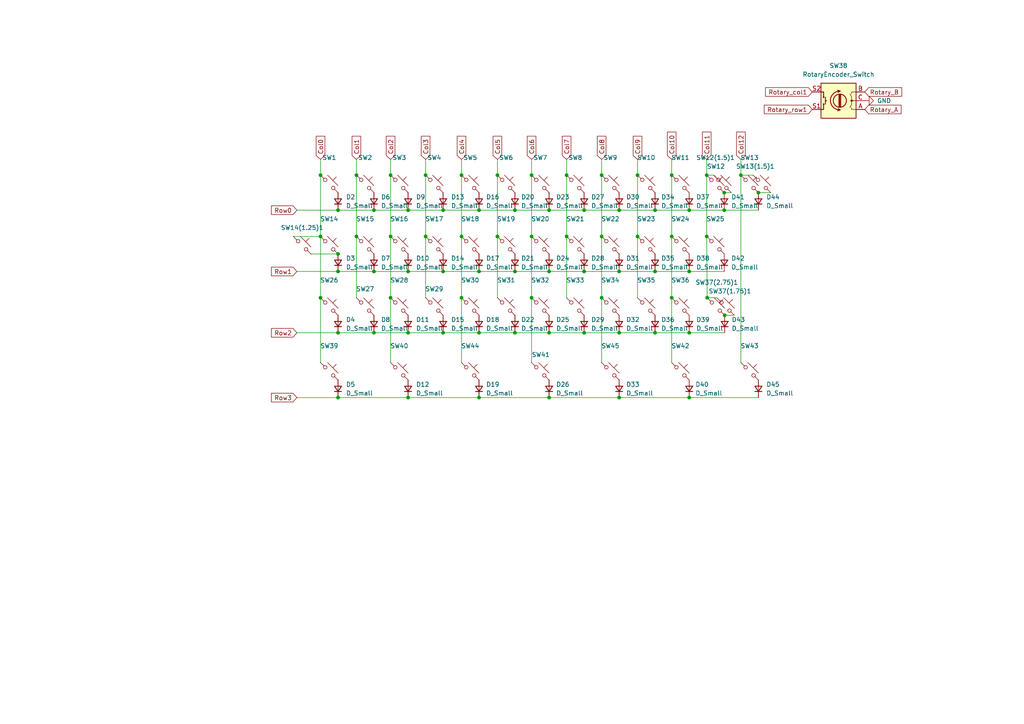
<source format=kicad_sch>
(kicad_sch (version 20211123) (generator eeschema)
  (paper "A4")
  (lib_symbols
    (symbol "Device:D_Small" (pin_numbers hide) (pin_names (offset 0.254) hide)
      (property "Reference" "D" (at -1.27 2.032 0))
      (property "Value" "D_Small" (at -3.81 -2.032 0))
      (symbol "D_Small_0_1"
        (polyline (pts (xy -0.762 -1.016) (xy -0.762 1.016)) (stroke (width 0.254)))
        (polyline (pts (xy -0.762 0) (xy 0.762 0)))
        (polyline (pts (xy 0.762 -1.016) (xy -0.762 0) (xy 0.762 1.016) (xy 0.762 -1.016)) (stroke (width 0.254)))
      )
      (symbol "D_Small_1_1"
        (pin passive line (at -2.54 0 0) (length 1.778) (name "K") (number "1"))
        (pin passive line (at 2.54 0 180) (length 1.778) (name "A") (number "2"))
      )
    )
    (symbol "Device:RotaryEncoder_Switch" (pin_names (offset 0.254) hide)
      (property "Reference" "SW" (at 0 6.604 0))
      (property "Value" "RotaryEncoder_Switch" (at 0 -6.604 0))
      (symbol "RotaryEncoder_Switch_0_1"
        (rectangle (start -5.08 5.08) (end 5.08 -5.08) (stroke (width 0.254)) (fill (type background)))
        (circle (center -3.81 0) (radius 0.254) (fill (type outline)))
        (arc (start -0.381 -2.794) (mid 2.3622 -0.0508) (end -0.381 2.667) (stroke (width 0.254)))
        (circle (center -0.381 0) (radius 1.905) (stroke (width 0.254)))
        (polyline (pts (xy -0.635 -1.778) (xy -0.635 1.778)) (stroke (width 0.254)))
        (polyline (pts (xy -0.381 -1.778) (xy -0.381 1.778)) (stroke (width 0.254)))
        (polyline (pts (xy -0.127 1.778) (xy -0.127 -1.778)) (stroke (width 0.254)))
        (polyline (pts (xy 3.81 0) (xy 3.429 0)) (stroke (width 0.254)))
        (polyline (pts (xy 3.81 1.016) (xy 3.81 -1.016)) (stroke (width 0.254)))
        (polyline (pts (xy -5.08 -2.54) (xy -3.81 -2.54) (xy -3.81 -2.032)))
        (polyline (pts (xy -5.08 2.54) (xy -3.81 2.54) (xy -3.81 2.032)))
        (polyline (pts (xy 0.254 -3.048) (xy -0.508 -2.794) (xy 0.127 -2.413)) (stroke (width 0.254)))
        (polyline (pts (xy 0.254 2.921) (xy -0.508 2.667) (xy 0.127 2.286)) (stroke (width 0.254)))
        (polyline (pts (xy 5.08 -2.54) (xy 4.318 -2.54) (xy 4.318 -1.016)) (stroke (width 0.254)))
        (polyline (pts (xy 5.08 2.54) (xy 4.318 2.54) (xy 4.318 1.016)) (stroke (width 0.254)))
        (polyline (pts (xy -5.08 0) (xy -3.81 0) (xy -3.81 -1.016) (xy -3.302 -2.032)))
        (polyline (pts (xy -4.318 0) (xy -3.81 0) (xy -3.81 1.016) (xy -3.302 2.032)))
        (circle (center 4.318 -1.016) (radius 0.127) (stroke (width 0.254)))
        (circle (center 4.318 1.016) (radius 0.127) (stroke (width 0.254)))
      )
      (symbol "RotaryEncoder_Switch_1_1"
        (pin passive line (at -7.62 2.54 0) (length 2.54) (name "A") (number "A"))
        (pin passive line (at -7.62 -2.54 0) (length 2.54) (name "B") (number "B"))
        (pin passive line (at -7.62 0 0) (length 2.54) (name "C") (number "C"))
        (pin passive line (at 7.62 2.54 180) (length 2.54) (name "S1") (number "S1"))
        (pin passive line (at 7.62 -2.54 180) (length 2.54) (name "S2") (number "S2"))
      )
    )
    (symbol "Switch:SW_Push_45deg" (pin_numbers hide) (pin_names (offset 1.016) hide)
      (property "Reference" "SW" (at 3.048 1.016 0))
      (property "Value" "SW_Push_45deg" (at 0 -3.81 0))
      (symbol "SW_Push_45deg_0_1"
        (circle (center -1.1684 1.1684) (radius 0.508))
        (polyline (pts (xy -0.508 2.54) (xy 2.54 -0.508)))
        (polyline (pts (xy 1.016 1.016) (xy 2.032 2.032)))
        (polyline (pts (xy -2.54 2.54) (xy -1.524 1.524) (xy -1.524 1.524)))
        (polyline (pts (xy 1.524 -1.524) (xy 2.54 -2.54) (xy 2.54 -2.54) (xy 2.54 -2.54)))
        (circle (center 1.143 -1.1938) (radius 0.508))
        (pin passive line (at -2.54 2.54 0) (length 0) (name "1") (number "1"))
        (pin passive line (at 2.54 -2.54 180) (length 0) (name "2") (number "2"))
      )
    )
    (symbol "power:GND" (power) (pin_names (offset 0))
      (property "Value" "GND" (at 0 -3.81 0))
      (symbol "GND_0_1"
        (polyline (pts (xy 0 0) (xy 0 -1.27) (xy 1.27 -1.27) (xy 0 -2.54) (xy -1.27 -1.27) (xy 0 -1.27)))
      )
      (symbol "GND_1_1"
        (pin power_in line (at 0 0 270) (length 0) hide (name "GND") (number "1"))
      )
    )
  )
  (junction (at 204.978 68.58))
  (junction (at 144.272 68.58))
  (junction (at 219.964 55.88))
  (junction (at 210.185 91.44))
  (junction (at 128.524 60.96))
  (junction (at 179.578 115.316))
  (junction (at 154.178 68.58))
  (junction (at 159.258 96.52))
  (junction (at 149.352 96.52))
  (junction (at 103.378 68.58))
  (junction (at 154.178 86.36))
  (junction (at 113.284 68.58))
  (junction (at 138.938 96.52))
  (junction (at 123.444 68.58))
  (junction (at 92.964 68.58))
  (junction (at 169.418 96.52))
  (junction (at 214.884 50.8))
  (junction (at 179.578 78.74))
  (junction (at 184.912 68.58))
  (junction (at 128.524 96.52))
  (junction (at 194.818 68.58))
  (junction (at 92.964 86.36))
  (junction (at 184.912 50.8))
  (junction (at 108.458 78.74))
  (junction (at 133.858 50.8))
  (junction (at 174.498 68.58))
  (junction (at 138.938 60.96))
  (junction (at 118.364 60.96))
  (junction (at 149.352 60.96))
  (junction (at 159.258 78.74))
  (junction (at 204.978 50.8))
  (junction (at 98.044 60.96))
  (junction (at 128.524 78.74))
  (junction (at 199.898 115.316))
  (junction (at 164.338 50.8))
  (junction (at 138.938 78.74))
  (junction (at 92.964 50.8))
  (junction (at 199.898 78.74))
  (junction (at 169.418 60.96))
  (junction (at 199.898 96.52))
  (junction (at 154.178 50.8))
  (junction (at 113.284 86.36))
  (junction (at 108.458 96.52))
  (junction (at 159.258 60.96))
  (junction (at 133.858 86.36))
  (junction (at 189.992 78.74))
  (junction (at 194.818 86.36))
  (junction (at 210.058 55.88))
  (junction (at 103.378 50.8))
  (junction (at 210.058 60.96))
  (junction (at 98.044 78.74))
  (junction (at 179.578 60.96))
  (junction (at 98.044 73.66))
  (junction (at 164.338 68.58))
  (junction (at 144.272 50.8))
  (junction (at 108.458 60.96))
  (junction (at 118.364 78.74))
  (junction (at 189.992 60.96))
  (junction (at 189.992 96.52))
  (junction (at 179.578 96.52))
  (junction (at 133.858 68.58))
  (junction (at 138.938 115.316))
  (junction (at 118.364 115.316))
  (junction (at 174.498 86.36))
  (junction (at 118.364 96.52))
  (junction (at 149.352 78.74))
  (junction (at 98.044 96.52))
  (junction (at 174.498 50.8))
  (junction (at 123.444 50.8))
  (junction (at 98.044 115.316))
  (junction (at 194.818 50.8))
  (junction (at 205.105 86.36))
  (junction (at 169.418 78.74))
  (junction (at 199.898 60.96))
  (junction (at 159.258 115.316))
  (junction (at 113.284 50.8))
  (wire (pts (xy 174.498 68.58) (xy 174.498 86.36)))
  (wire (pts (xy 98.044 78.74) (xy 108.458 78.74)))
  (wire (pts (xy 194.818 86.36) (xy 194.818 105.156)))
  (wire (pts (xy 149.352 78.74) (xy 159.258 78.74)))
  (wire (pts (xy 199.898 60.96) (xy 210.058 60.96)))
  (wire (pts (xy 133.858 86.36) (xy 133.858 105.156)))
  (wire (pts (xy 184.912 50.8) (xy 184.912 68.58)))
  (wire (pts (xy 123.444 50.8) (xy 123.444 68.58)))
  (wire (pts (xy 184.912 46.228) (xy 184.912 50.8)))
  (wire (pts (xy 128.524 60.96) (xy 138.938 60.96)))
  (wire (pts (xy 159.258 115.316) (xy 179.578 115.316)))
  (wire (pts (xy 199.898 115.316) (xy 219.964 115.316)))
  (wire (pts (xy 159.258 78.74) (xy 169.418 78.74)))
  (wire (pts (xy 113.284 46.228) (xy 113.284 50.8)))
  (wire (pts (xy 133.858 46.228) (xy 133.858 50.8)))
  (wire (pts (xy 138.938 78.74) (xy 149.352 78.74)))
  (wire (pts (xy 103.378 68.58) (xy 103.378 86.36)))
  (wire (pts (xy 138.938 96.52) (xy 149.352 96.52)))
  (wire (pts (xy 159.258 60.96) (xy 169.418 60.96)))
  (wire (pts (xy 92.964 68.58) (xy 92.964 86.36)))
  (wire (pts (xy 194.818 46.228) (xy 194.818 50.8)))
  (wire (pts (xy 212.09 55.88) (xy 210.058 55.88)))
  (wire (pts (xy 85.09 68.58) (xy 92.964 68.58)))
  (wire (pts (xy 133.858 50.8) (xy 133.858 68.58)))
  (wire (pts (xy 144.272 68.58) (xy 144.272 86.36)))
  (wire (pts (xy 92.964 105.156) (xy 92.964 86.36)))
  (wire (pts (xy 179.578 60.96) (xy 189.992 60.96)))
  (wire (pts (xy 128.524 78.74) (xy 138.938 78.74)))
  (wire (pts (xy 174.498 46.228) (xy 174.498 50.8)))
  (wire (pts (xy 86.106 78.74) (xy 98.044 78.74)))
  (wire (pts (xy 86.106 115.316) (xy 98.044 115.316)))
  (wire (pts (xy 204.978 50.8) (xy 204.978 68.58)))
  (wire (pts (xy 92.964 46.228) (xy 92.964 50.8)))
  (wire (pts (xy 189.992 60.96) (xy 199.898 60.96)))
  (wire (pts (xy 199.898 96.52) (xy 210.185 96.52)))
  (wire (pts (xy 118.364 115.316) (xy 138.938 115.316)))
  (wire (pts (xy 118.364 78.74) (xy 128.524 78.74)))
  (wire (pts (xy 154.178 46.228) (xy 154.178 50.8)))
  (wire (pts (xy 144.272 50.8) (xy 144.272 68.58)))
  (wire (pts (xy 194.818 68.58) (xy 194.818 86.36)))
  (wire (pts (xy 159.258 96.52) (xy 169.418 96.52)))
  (wire (pts (xy 179.578 78.74) (xy 189.992 78.74)))
  (wire (pts (xy 123.444 68.58) (xy 123.444 86.36)))
  (wire (pts (xy 149.352 60.96) (xy 159.258 60.96)))
  (wire (pts (xy 118.364 60.96) (xy 128.524 60.96)))
  (wire (pts (xy 113.284 50.8) (xy 113.284 68.58)))
  (wire (pts (xy 144.272 46.228) (xy 144.272 50.8)))
  (wire (pts (xy 164.338 46.228) (xy 164.338 50.8)))
  (wire (pts (xy 154.178 68.58) (xy 154.178 86.36)))
  (wire (pts (xy 133.858 68.58) (xy 133.858 86.36)))
  (wire (pts (xy 113.284 68.58) (xy 113.284 86.36)))
  (wire (pts (xy 86.106 60.96) (xy 98.044 60.96)))
  (wire (pts (xy 194.818 50.8) (xy 194.818 68.58)))
  (wire (pts (xy 179.578 115.316) (xy 199.898 115.316)))
  (wire (pts (xy 164.338 68.58) (xy 164.338 86.36)))
  (wire (pts (xy 138.938 60.96) (xy 149.352 60.96)))
  (wire (pts (xy 108.458 78.74) (xy 118.364 78.74)))
  (wire (pts (xy 214.884 46.228) (xy 214.884 50.8)))
  (wire (pts (xy 205.105 86.36) (xy 207.899 86.36)))
  (wire (pts (xy 204.978 46.228) (xy 204.978 50.8)))
  (wire (pts (xy 199.898 78.74) (xy 210.058 78.74)))
  (wire (pts (xy 189.992 78.74) (xy 199.898 78.74)))
  (wire (pts (xy 154.178 50.8) (xy 154.178 68.58)))
  (wire (pts (xy 212.979 91.44) (xy 210.185 91.44)))
  (wire (pts (xy 113.284 105.156) (xy 113.284 86.36)))
  (wire (pts (xy 154.178 86.36) (xy 154.178 105.156)))
  (wire (pts (xy 169.418 60.96) (xy 179.578 60.96)))
  (wire (pts (xy 179.578 96.52) (xy 189.992 96.52)))
  (wire (pts (xy 108.458 60.96) (xy 118.364 60.96)))
  (wire (pts (xy 103.378 50.8) (xy 103.378 68.58)))
  (wire (pts (xy 98.044 96.52) (xy 108.458 96.52)))
  (wire (pts (xy 174.498 50.8) (xy 174.498 68.58)))
  (wire (pts (xy 92.964 50.8) (xy 92.964 68.58)))
  (wire (pts (xy 219.964 55.88) (xy 223.52 55.88)))
  (wire (pts (xy 118.364 96.52) (xy 128.524 96.52)))
  (wire (pts (xy 108.458 96.52) (xy 118.364 96.52)))
  (wire (pts (xy 164.338 50.8) (xy 164.338 68.58)))
  (wire (pts (xy 174.498 86.36) (xy 174.498 105.156)))
  (wire (pts (xy 149.352 96.52) (xy 159.258 96.52)))
  (wire (pts (xy 103.378 46.228) (xy 103.378 50.8)))
  (wire (pts (xy 210.058 60.96) (xy 219.964 60.96)))
  (wire (pts (xy 86.106 96.52) (xy 98.044 96.52)))
  (wire (pts (xy 184.912 68.58) (xy 184.912 86.36)))
  (wire (pts (xy 90.17 73.66) (xy 98.044 73.66)))
  (wire (pts (xy 207.01 50.8) (xy 204.978 50.8)))
  (wire (pts (xy 128.524 96.52) (xy 138.938 96.52)))
  (wire (pts (xy 205.105 86.36) (xy 204.978 68.58)))
  (wire (pts (xy 98.044 115.316) (xy 118.364 115.316)))
  (wire (pts (xy 98.044 60.96) (xy 108.458 60.96)))
  (wire (pts (xy 123.444 46.228) (xy 123.444 50.8)))
  (wire (pts (xy 214.884 50.8) (xy 214.884 105.156)))
  (wire (pts (xy 169.418 78.74) (xy 179.578 78.74)))
  (wire (pts (xy 189.992 96.52) (xy 199.898 96.52)))
  (wire (pts (xy 169.418 96.52) (xy 179.578 96.52)))
  (wire (pts (xy 138.938 115.316) (xy 159.258 115.316)))
  (wire (pts (xy 214.884 50.8) (xy 218.44 50.8)))
  (global_label "Row2" (shape input) (at 86.106 96.52 180) (property "Intersheet References" "${INTERSHEET_REFS}" (effects hide)))
  (global_label "Col10" (shape input) (at 194.818 46.228 90) (property "Intersheet References" "${INTERSHEET_REFS}" (effects hide)))
  (global_label "Col4" (shape input) (at 133.858 46.228 90) (property "Intersheet References" "${INTERSHEET_REFS}" (effects hide)))
  (global_label "Col11" (shape input) (at 204.978 46.228 90) (property "Intersheet References" "${INTERSHEET_REFS}" (effects hide)))
  (global_label "Row1" (shape input) (at 86.106 78.74 180) (property "Intersheet References" "${INTERSHEET_REFS}" (effects hide)))
  (global_label "Col7" (shape input) (at 164.338 46.228 90) (property "Intersheet References" "${INTERSHEET_REFS}" (effects hide)))
  (global_label "Col0" (shape input) (at 92.964 46.228 90) (property "Intersheet References" "${INTERSHEET_REFS}" (effects hide)))
  (global_label "Col12" (shape input) (at 214.884 46.228 90) (property "Intersheet References" "${INTERSHEET_REFS}" (effects hide)))
  (global_label "Rotary_B" (shape input) (at 250.825 26.67 0) (property "Intersheet References" "${INTERSHEET_REFS}" (effects hide)))
  (global_label "Row0" (shape input) (at 86.106 60.96 180) (property "Intersheet References" "${INTERSHEET_REFS}" (effects hide)))
  (global_label "Col2" (shape input) (at 113.284 46.228 90) (property "Intersheet References" "${INTERSHEET_REFS}" (effects hide)))
  (global_label "Rotary_A" (shape input) (at 250.825 31.75 0) (property "Intersheet References" "${INTERSHEET_REFS}" (effects hide)))
  (global_label "Col6" (shape input) (at 154.178 46.228 90) (property "Intersheet References" "${INTERSHEET_REFS}" (effects hide)))
  (global_label "Col8" (shape input) (at 174.498 46.228 90) (property "Intersheet References" "${INTERSHEET_REFS}" (effects hide)))
  (global_label "Col1" (shape input) (at 103.378 46.228 90) (property "Intersheet References" "${INTERSHEET_REFS}" (effects hide)))
  (global_label "Rotary_row1" (shape input) (at 235.585 31.75 180) (property "Intersheet References" "${INTERSHEET_REFS}" (effects hide)))
  (global_label "Row3" (shape input) (at 86.106 115.316 180) (property "Intersheet References" "${INTERSHEET_REFS}" (effects hide)))
  (global_label "Col9" (shape input) (at 184.912 46.228 90) (property "Intersheet References" "${INTERSHEET_REFS}" (effects hide)))
  (global_label "Col5" (shape input) (at 144.272 46.228 90) (property "Intersheet References" "${INTERSHEET_REFS}" (effects hide)))
  (global_label "Col3" (shape input) (at 123.444 46.228 90) (property "Intersheet References" "${INTERSHEET_REFS}" (effects hide)))
  (global_label "Rotary_col1" (shape input) (at 235.585 26.67 180) (property "Intersheet References" "${INTERSHEET_REFS}" (effects hide)))
  (symbol (lib_id "Device:D_Small") (at 108.458 93.98 90) (unit 1)
    (property "Reference" "D8" (at 110.49 92.7099 90) (effects (justify right)))
    (property "Value" "D_Small" (at 110.49 95.2499 90) (effects (justify right)))
    (property "Footprint" "Diode_SMD:D_SOD-123F" (effects hide))
  )
  (symbol (lib_id "Device:D_Small") (at 179.578 112.776 90) (unit 1)
    (property "Reference" "D33" (at 181.61 111.5059 90) (effects (justify right)))
    (property "Value" "D_Small" (at 181.61 114.0459 90) (effects (justify right)))
    (property "Footprint" "Diode_SMD:D_SOD-123F" (effects hide))
  )
  (symbol (lib_id "Switch:SW_Push_45deg") (at 166.878 53.34 0) (unit 1)
    (property "Reference" "SW8" (at 166.878 45.72 0))
    (property "Value" "SW_Push_45deg" (effects hide))
    (property "Footprint" "MX_Only:MXOnly-1U-Hotswap" (effects hide))
  )
  (symbol (lib_id "Device:D_Small") (at 128.524 93.98 90) (unit 1)
    (property "Reference" "D15" (at 130.81 92.7099 90) (effects (justify right)))
    (property "Value" "D_Small" (at 130.81 95.2499 90) (effects (justify right)))
    (property "Footprint" "Diode_SMD:D_SOD-123F" (effects hide))
  )
  (symbol (lib_id "Device:D_Small") (at 210.185 93.98 90) (unit 1)
    (property "Reference" "D43" (at 212.217 92.7099 90) (effects (justify right)))
    (property "Value" "D_Small" (at 212.217 95.2499 90) (effects (justify right)))
    (property "Footprint" "Diode_SMD:D_SOD-123F" (effects hide))
  )
  (symbol (lib_id "Device:D_Small") (at 118.364 112.776 90) (unit 1)
    (property "Reference" "D12" (at 120.65 111.5059 90) (effects (justify right)))
    (property "Value" "D_Small" (at 120.65 114.0459 90) (effects (justify right)))
    (property "Footprint" "Diode_SMD:D_SOD-123F" (effects hide))
  )
  (symbol (lib_id "Device:D_Small") (at 169.418 58.42 90) (unit 1)
    (property "Reference" "D27" (at 171.45 57.1499 90) (effects (justify right)))
    (property "Value" "D_Small" (at 171.45 59.6899 90) (effects (justify right)))
    (property "Footprint" "Diode_SMD:D_SOD-123F" (effects hide))
  )
  (symbol (lib_id "power:GND") (at 250.825 29.21 90) (unit 1)
    (property "Reference" "#PWR0101" (effects hide))
    (property "Value" "GND" (at 254.381 29.2099 90) (effects (justify right)))
  )
  (symbol (lib_id "Switch:SW_Push_45deg") (at 187.452 53.34 0) (unit 1)
    (property "Reference" "SW10" (at 187.452 45.72 0))
    (property "Value" "SW_Push_45deg" (effects hide))
    (property "Footprint" "MX_Only:MXOnly-1U-Hotswap" (effects hide))
  )
  (symbol (lib_id "Device:D_Small") (at 179.578 93.98 90) (unit 1)
    (property "Reference" "D32" (at 181.61 92.7099 90) (effects (justify right)))
    (property "Value" "D_Small" (at 181.61 95.2499 90) (effects (justify right)))
    (property "Footprint" "Diode_SMD:D_SOD-123F" (effects hide))
  )
  (symbol (lib_id "Switch:SW_Push_45deg") (at 125.984 71.12 0) (unit 1)
    (property "Reference" "SW17" (at 125.984 63.5 0))
    (property "Value" "SW_Push_45deg" (effects hide))
    (property "Footprint" "MX_Only:MXOnly-1U-Hotswap" (effects hide))
  )
  (symbol (lib_id "Switch:SW_Push_45deg") (at 207.518 53.34 0) (unit 1)
    (property "Reference" "SW12(1.5)1" (at 207.518 45.72 0))
    (property "Value" "SW_Push_45deg" (effects hide))
    (property "Footprint" "MX_Only:MXOnly-1.5U-Hotswap" (effects hide))
  )
  (symbol (lib_id "Switch:SW_Push_45deg") (at 125.984 53.34 0) (unit 1)
    (property "Reference" "SW4" (at 125.984 45.72 0))
    (property "Value" "SW_Push_45deg" (effects hide))
    (property "Footprint" "MX_Only:MXOnly-1U-Hotswap" (effects hide))
  )
  (symbol (lib_id "Switch:SW_Push_45deg") (at 105.918 88.9 0) (unit 1)
    (property "Reference" "SW27" (at 105.918 83.82 0))
    (property "Value" "SW_Push_45deg" (effects hide))
    (property "Footprint" "MX_Only:MXOnly-1U-Hotswap" (effects hide))
  )
  (symbol (lib_id "Device:D_Small") (at 128.524 76.2 90) (unit 1)
    (property "Reference" "D14" (at 130.81 74.9299 90) (effects (justify right)))
    (property "Value" "D_Small" (at 130.81 77.4699 90) (effects (justify right)))
    (property "Footprint" "Diode_SMD:D_SOD-123F" (effects hide))
  )
  (symbol (lib_id "Switch:SW_Push_45deg") (at 146.812 53.34 0) (unit 1)
    (property "Reference" "SW6" (at 146.812 45.72 0))
    (property "Value" "SW_Push_45deg" (effects hide))
    (property "Footprint" "MX_Only:MXOnly-1U-Hotswap" (effects hide))
  )
  (symbol (lib_id "Switch:SW_Push_45deg") (at 115.824 107.696 0) (unit 1)
    (property "Reference" "SW40" (at 115.824 100.33 0))
    (property "Value" "SW_Push_45deg" (effects hide))
    (property "Footprint" "MX_Only:MXOnly-1U-Hotswap" (effects hide))
  )
  (symbol (lib_id "Switch:SW_Push_45deg") (at 115.824 88.9 0) (unit 1)
    (property "Reference" "SW28" (at 115.824 81.28 0))
    (property "Value" "SW_Push_45deg" (effects hide))
    (property "Footprint" "MX_Only:MXOnly-1U-Hotswap" (effects hide))
  )
  (symbol (lib_id "Switch:SW_Push_45deg") (at 209.55 53.34 0) (unit 1)
    (property "Reference" "SW12" (at 207.645 48.26 0))
    (property "Value" "SW_Push_45deg" (effects hide))
    (property "Footprint" "MX_Only:MXOnly-1U-Hotswap" (effects hide))
  )
  (symbol (lib_id "Device:D_Small") (at 98.044 76.2 90) (unit 1)
    (property "Reference" "D3" (at 100.33 74.9299 90) (effects (justify right)))
    (property "Value" "D_Small" (at 100.33 77.4699 90) (effects (justify right)))
    (property "Footprint" "Diode_SMD:D_SOD-123F" (effects hide))
  )
  (symbol (lib_id "Device:D_Small") (at 138.938 58.42 90) (unit 1)
    (property "Reference" "D16" (at 140.97 57.1499 90) (effects (justify right)))
    (property "Value" "D_Small" (at 140.97 59.6899 90) (effects (justify right)))
    (property "Footprint" "Diode_SMD:D_SOD-123F" (effects hide))
  )
  (symbol (lib_id "Switch:SW_Push_45deg") (at 156.718 88.9 0) (unit 1)
    (property "Reference" "SW32" (at 156.718 81.28 0))
    (property "Value" "SW_Push_45deg" (effects hide))
    (property "Footprint" "MX_Only:MXOnly-1U-Hotswap" (effects hide))
  )
  (symbol (lib_id "Switch:SW_Push_45deg") (at 95.504 53.34 0) (unit 1)
    (property "Reference" "SW1" (at 95.504 45.72 0))
    (property "Value" "SW_Push_45deg" (effects hide))
    (property "Footprint" "MX_Only:MXOnly-1.5U-Hotswap" (effects hide))
  )
  (symbol (lib_id "Device:D_Small") (at 159.258 112.776 90) (unit 1)
    (property "Reference" "D26" (at 161.29 111.5059 90) (effects (justify right)))
    (property "Value" "D_Small" (at 161.29 114.0459 90) (effects (justify right)))
    (property "Footprint" "Diode_SMD:D_SOD-123F" (effects hide))
  )
  (symbol (lib_id "Device:D_Small") (at 219.964 112.776 90) (unit 1)
    (property "Reference" "D45" (at 222.25 111.5059 90) (effects (justify right)))
    (property "Value" "D_Small" (at 222.25 114.0459 90) (effects (justify right)))
    (property "Footprint" "Diode_SMD:D_SOD-123F" (effects hide))
  )
  (symbol (lib_id "Switch:SW_Push_45deg") (at 166.878 71.12 0) (unit 1)
    (property "Reference" "SW21" (at 166.878 63.5 0))
    (property "Value" "SW_Push_45deg" (effects hide))
    (property "Footprint" "MX_Only:MXOnly-1U-Hotswap" (effects hide))
  )
  (symbol (lib_id "Switch:SW_Push_45deg") (at 156.718 71.12 0) (unit 1)
    (property "Reference" "SW20" (at 156.718 63.5 0))
    (property "Value" "SW_Push_45deg" (effects hide))
    (property "Footprint" "MX_Only:MXOnly-1U-Hotswap" (effects hide))
  )
  (symbol (lib_id "Device:D_Small") (at 98.044 93.98 90) (unit 1)
    (property "Reference" "D4" (at 100.33 92.7099 90) (effects (justify right)))
    (property "Value" "D_Small" (at 100.33 95.2499 90) (effects (justify right)))
    (property "Footprint" "Diode_SMD:D_SOD-123F" (effects hide))
  )
  (symbol (lib_id "Switch:SW_Push_45deg") (at 95.504 88.9 0) (unit 1)
    (property "Reference" "SW26" (at 95.504 81.28 0))
    (property "Value" "SW_Push_45deg" (effects hide))
    (property "Footprint" "MX_Only:MXOnly-2.25U-Hotswap" (effects hide))
  )
  (symbol (lib_id "Device:D_Small") (at 159.258 58.42 90) (unit 1)
    (property "Reference" "D23" (at 161.29 57.1499 90) (effects (justify right)))
    (property "Value" "D_Small" (at 161.29 59.6899 90) (effects (justify right)))
    (property "Footprint" "Diode_SMD:D_SOD-123F" (effects hide))
  )
  (symbol (lib_id "Device:D_Small") (at 199.898 58.42 90) (unit 1)
    (property "Reference" "D37" (at 201.93 57.1499 90) (effects (justify right)))
    (property "Value" "D_Small" (at 201.93 59.6899 90) (effects (justify right)))
    (property "Footprint" "Diode_SMD:D_SOD-123F" (effects hide))
  )
  (symbol (lib_id "Device:D_Small") (at 189.992 93.98 90) (unit 1)
    (property "Reference" "D36" (at 191.77 92.7099 90) (effects (justify right)))
    (property "Value" "D_Small" (at 191.77 95.2499 90) (effects (justify right)))
    (property "Footprint" "Diode_SMD:D_SOD-123F" (effects hide))
  )
  (symbol (lib_id "Device:D_Small") (at 199.898 76.2 90) (unit 1)
    (property "Reference" "D38" (at 201.93 74.9299 90) (effects (justify right)))
    (property "Value" "D_Small" (at 201.93 77.4699 90) (effects (justify right)))
    (property "Footprint" "Diode_SMD:D_SOD-123F" (effects hide))
  )
  (symbol (lib_id "Switch:SW_Push_45deg") (at 136.398 107.696 0) (unit 1)
    (property "Reference" "SW44" (at 136.398 100.33 0))
    (property "Value" "SW_Push_45deg" (effects hide))
    (property "Footprint" "MX_Only:MXOnly-3U-Hotswap-ReversedStabilizers" (effects hide))
  )
  (symbol (lib_id "Switch:SW_Push_45deg") (at 87.63 71.12 0) (unit 1)
    (property "Reference" "SW14(1.25)1" (at 87.63 66.04 0))
    (property "Value" "SW_Push_45deg" (effects hide))
    (property "Footprint" "MX_Only:MXOnly-1.25U-Hotswap" (effects hide))
  )
  (symbol (lib_id "Switch:SW_Push_45deg") (at 105.918 53.34 0) (unit 1)
    (property "Reference" "SW2" (at 105.918 45.72 0))
    (property "Value" "SW_Push_45deg" (effects hide))
    (property "Footprint" "MX_Only:MXOnly-1U-Hotswap" (effects hide))
  )
  (symbol (lib_id "Device:D_Small") (at 189.992 76.2 90) (unit 1)
    (property "Reference" "D35" (at 191.77 74.9299 90) (effects (justify right)))
    (property "Value" "D_Small" (at 191.77 77.4699 90) (effects (justify right)))
    (property "Footprint" "Diode_SMD:D_SOD-123F" (effects hide))
  )
  (symbol (lib_id "Device:D_Small") (at 169.418 76.2 90) (unit 1)
    (property "Reference" "D28" (at 171.45 74.9299 90) (effects (justify right)))
    (property "Value" "D_Small" (at 171.45 77.4699 90) (effects (justify right)))
    (property "Footprint" "Diode_SMD:D_SOD-123F" (effects hide))
  )
  (symbol (lib_id "Switch:SW_Push_45deg") (at 95.504 71.12 0) (unit 1)
    (property "Reference" "SW14" (at 95.504 63.5 0))
    (property "Value" "SW_Push_45deg" (effects hide))
    (property "Footprint" "MX_Only:MXOnly-1.75U-Hotswap" (effects hide))
  )
  (symbol (lib_id "Switch:SW_Push_45deg") (at 207.518 71.12 0) (unit 1)
    (property "Reference" "SW25" (at 207.518 63.5 0))
    (property "Value" "SW_Push_45deg" (effects hide))
    (property "Footprint" "MX_Only:MXOnly-2.25U-Hotswap" (effects hide))
  )
  (symbol (lib_id "Device:D_Small") (at 210.058 76.2 90) (unit 1)
    (property "Reference" "D42" (at 212.09 74.9299 90) (effects (justify right)))
    (property "Value" "D_Small" (at 212.09 77.4699 90) (effects (justify right)))
    (property "Footprint" "Diode_SMD:D_SOD-123F" (effects hide))
  )
  (symbol (lib_id "Switch:SW_Push_45deg") (at 115.824 53.34 0) (unit 1)
    (property "Reference" "SW3" (at 115.824 45.72 0))
    (property "Value" "SW_Push_45deg" (effects hide))
    (property "Footprint" "MX_Only:MXOnly-1U-Hotswap" (effects hide))
  )
  (symbol (lib_id "Device:D_Small") (at 219.964 58.42 90) (unit 1)
    (property "Reference" "D44" (at 222.25 57.1499 90) (effects (justify right)))
    (property "Value" "D_Small" (at 222.25 59.6899 90) (effects (justify right)))
    (property "Footprint" "Diode_SMD:D_SOD-123F" (effects hide))
  )
  (symbol (lib_id "Device:D_Small") (at 108.458 76.2 90) (unit 1)
    (property "Reference" "D7" (at 110.49 74.9299 90) (effects (justify right)))
    (property "Value" "D_Small" (at 110.49 77.4699 90) (effects (justify right)))
    (property "Footprint" "Diode_SMD:D_SOD-123F" (effects hide))
  )
  (symbol (lib_id "Device:RotaryEncoder_Switch") (at 243.205 29.21 180) (unit 1) (in_bom no) (on_board no)
    (property "Reference" "SW38" (at 243.205 19.05 0))
    (property "Value" "RotaryEncoder_Switch" (at 243.205 21.59 0))
    (property "Footprint" "Keebio-Parts:RotaryEncoder_EC11-no-legs" (effects hide))
  )
  (symbol (lib_id "Device:D_Small") (at 159.258 76.2 90) (unit 1)
    (property "Reference" "D24" (at 161.29 74.9299 90) (effects (justify right)))
    (property "Value" "D_Small" (at 161.29 77.4699 90) (effects (justify right)))
    (property "Footprint" "Diode_SMD:D_SOD-123F" (effects hide))
  )
  (symbol (lib_id "Device:D_Small") (at 199.898 112.776 90) (unit 1)
    (property "Reference" "D40" (at 201.676 111.5059 90) (effects (justify right)))
    (property "Value" "D_Small" (at 201.676 114.0459 90) (effects (justify right)))
    (property "Footprint" "Diode_SMD:D_SOD-123F" (effects hide))
  )
  (symbol (lib_id "Device:D_Small") (at 189.992 58.42 90) (unit 1)
    (property "Reference" "D34" (at 191.77 57.1499 90) (effects (justify right)))
    (property "Value" "D_Small" (at 191.77 59.6899 90) (effects (justify right)))
    (property "Footprint" "Diode_SMD:D_SOD-123F" (effects hide))
  )
  (symbol (lib_id "Switch:SW_Push_45deg") (at 177.038 71.12 0) (unit 1)
    (property "Reference" "SW22" (at 177.038 63.5 0))
    (property "Value" "SW_Push_45deg" (effects hide))
    (property "Footprint" "MX_Only:MXOnly-1U-Hotswap" (effects hide))
  )
  (symbol (lib_id "Switch:SW_Push_45deg") (at 146.812 88.9 0) (unit 1)
    (property "Reference" "SW31" (at 146.812 81.28 0))
    (property "Value" "SW_Push_45deg" (effects hide))
    (property "Footprint" "MX_Only:MXOnly-1U-Hotswap" (effects hide))
  )
  (symbol (lib_id "Switch:SW_Push_45deg") (at 146.812 71.12 0) (unit 1)
    (property "Reference" "SW19" (at 146.812 63.5 0))
    (property "Value" "SW_Push_45deg" (effects hide))
    (property "Footprint" "MX_Only:MXOnly-1U-Hotswap" (effects hide))
  )
  (symbol (lib_id "Switch:SW_Push_45deg") (at 220.98 53.34 0) (unit 1)
    (property "Reference" "SW13(1.5)1" (at 219.075 48.26 0))
    (property "Value" "SW_Push_45deg" (effects hide))
    (property "Footprint" "MX_Only:MXOnly-1.5U-Hotswap" (effects hide))
  )
  (symbol (lib_id "Switch:SW_Push_45deg") (at 156.718 53.34 0) (unit 1)
    (property "Reference" "SW7" (at 156.718 45.72 0))
    (property "Value" "SW_Push_45deg" (effects hide))
    (property "Footprint" "MX_Only:MXOnly-1U-Hotswap" (effects hide))
  )
  (symbol (lib_id "Switch:SW_Push_45deg") (at 177.038 88.9 0) (unit 1)
    (property "Reference" "SW34" (at 177.038 81.28 0))
    (property "Value" "SW_Push_45deg" (effects hide))
    (property "Footprint" "MX_Only:MXOnly-1U-Hotswap" (effects hide))
  )
  (symbol (lib_id "Device:D_Small") (at 179.578 58.42 90) (unit 1)
    (property "Reference" "D30" (at 181.61 57.1499 90) (effects (justify right)))
    (property "Value" "D_Small" (at 181.61 59.6899 90) (effects (justify right)))
    (property "Footprint" "Diode_SMD:D_SOD-123F" (effects hide))
  )
  (symbol (lib_id "Device:D_Small") (at 199.898 93.98 90) (unit 1)
    (property "Reference" "D39" (at 201.93 92.7099 90) (effects (justify right)))
    (property "Value" "D_Small" (at 201.93 95.2499 90) (effects (justify right)))
    (property "Footprint" "Diode_SMD:D_SOD-123F" (effects hide))
  )
  (symbol (lib_id "Device:D_Small") (at 138.938 76.2 90) (unit 1)
    (property "Reference" "D17" (at 140.97 74.9299 90) (effects (justify right)))
    (property "Value" "D_Small" (at 140.97 77.4699 90) (effects (justify right)))
    (property "Footprint" "Diode_SMD:D_SOD-123F" (effects hide))
  )
  (symbol (lib_id "Switch:SW_Push_45deg") (at 217.424 53.34 0) (unit 1)
    (property "Reference" "SW13" (at 217.424 45.72 0))
    (property "Value" "SW_Push_45deg" (effects hide))
    (property "Footprint" "MX_Only:MXOnly-1U-Hotswap" (effects hide))
  )
  (symbol (lib_id "Switch:SW_Push_45deg") (at 136.398 71.12 0) (unit 1)
    (property "Reference" "SW18" (at 136.398 63.5 0))
    (property "Value" "SW_Push_45deg" (effects hide))
    (property "Footprint" "MX_Only:MXOnly-1U-Hotswap" (effects hide))
  )
  (symbol (lib_id "Switch:SW_Push_45deg") (at 210.439 88.9 0) (unit 1)
    (property "Reference" "SW37(1.75)1" (at 211.709 84.455 0))
    (property "Value" "SW_Push_45deg" (effects hide))
    (property "Footprint" "MX_Only:MXOnly-1.75U-Hotswap" (effects hide))
  )
  (symbol (lib_id "Device:D_Small") (at 149.352 93.98 90) (unit 1)
    (property "Reference" "D22" (at 151.13 92.7099 90) (effects (justify right)))
    (property "Value" "D_Small" (at 151.13 95.2499 90) (effects (justify right)))
    (property "Footprint" "Diode_SMD:D_SOD-123F" (effects hide))
  )
  (symbol (lib_id "Device:D_Small") (at 138.938 93.98 90) (unit 1)
    (property "Reference" "D18" (at 140.97 92.7099 90) (effects (justify right)))
    (property "Value" "D_Small" (at 140.97 95.2499 90) (effects (justify right)))
    (property "Footprint" "Diode_SMD:D_SOD-123F" (effects hide))
  )
  (symbol (lib_id "Device:D_Small") (at 149.352 76.2 90) (unit 1)
    (property "Reference" "D21" (at 151.13 74.9299 90) (effects (justify right)))
    (property "Value" "D_Small" (at 151.13 77.4699 90) (effects (justify right)))
    (property "Footprint" "Diode_SMD:D_SOD-123F" (effects hide))
  )
  (symbol (lib_id "Switch:SW_Push_45deg") (at 187.452 71.12 0) (unit 1)
    (property "Reference" "SW23" (at 187.452 63.5 0))
    (property "Value" "SW_Push_45deg" (effects hide))
    (property "Footprint" "MX_Only:MXOnly-1U-Hotswap" (effects hide))
  )
  (symbol (lib_id "Device:D_Small") (at 179.578 76.2 90) (unit 1)
    (property "Reference" "D31" (at 181.61 74.9299 90) (effects (justify right)))
    (property "Value" "D_Small" (at 181.61 77.4699 90) (effects (justify right)))
    (property "Footprint" "Diode_SMD:D_SOD-123F" (effects hide))
  )
  (symbol (lib_id "Switch:SW_Push_45deg") (at 105.918 71.12 0) (unit 1)
    (property "Reference" "SW15" (at 105.918 63.5 0))
    (property "Value" "SW_Push_45deg" (effects hide))
    (property "Footprint" "MX_Only:MXOnly-1U-Hotswap" (effects hide))
  )
  (symbol (lib_id "Switch:SW_Push_45deg") (at 197.358 71.12 0) (unit 1)
    (property "Reference" "SW24" (at 197.358 63.5 0))
    (property "Value" "SW_Push_45deg" (effects hide))
    (property "Footprint" "MX_Only:MXOnly-1U-Hotswap" (effects hide))
  )
  (symbol (lib_id "Switch:SW_Push_45deg") (at 197.358 88.9 0) (unit 1)
    (property "Reference" "SW36" (at 197.358 81.28 0))
    (property "Value" "SW_Push_45deg" (effects hide))
    (property "Footprint" "MX_Only:MXOnly-1U-Hotswap" (effects hide))
  )
  (symbol (lib_id "Device:D_Small") (at 128.524 58.42 90) (unit 1)
    (property "Reference" "D13" (at 130.81 57.1499 90) (effects (justify right)))
    (property "Value" "D_Small" (at 130.81 59.6899 90) (effects (justify right)))
    (property "Footprint" "Diode_SMD:D_SOD-123F" (effects hide))
  )
  (symbol (lib_id "Switch:SW_Push_45deg") (at 197.358 53.34 0) (unit 1)
    (property "Reference" "SW11" (at 197.358 45.72 0))
    (property "Value" "SW_Push_45deg" (effects hide))
    (property "Footprint" "MX_Only:MXOnly-1U-Hotswap" (effects hide))
  )
  (symbol (lib_id "Device:D_Small") (at 98.044 112.776 90) (unit 1)
    (property "Reference" "D5" (at 100.33 111.5059 90) (effects (justify right)))
    (property "Value" "D_Small" (at 100.33 114.0459 90) (effects (justify right)))
    (property "Footprint" "Diode_SMD:D_SOD-123F" (effects hide))
  )
  (symbol (lib_id "Device:D_Small") (at 210.058 58.42 90) (unit 1)
    (property "Reference" "D41" (at 212.09 57.1499 90) (effects (justify right)))
    (property "Value" "D_Small" (at 212.09 59.6899 90) (effects (justify right)))
    (property "Footprint" "Diode_SMD:D_SOD-123F" (effects hide))
  )
  (symbol (lib_id "Switch:SW_Push_45deg") (at 177.038 53.34 0) (unit 1)
    (property "Reference" "SW9" (at 177.038 45.72 0))
    (property "Value" "SW_Push_45deg" (effects hide))
    (property "Footprint" "MX_Only:MXOnly-1U-Hotswap" (effects hide))
  )
  (symbol (lib_id "Device:D_Small") (at 118.364 58.42 90) (unit 1)
    (property "Reference" "D9" (at 120.65 57.1499 90) (effects (justify right)))
    (property "Value" "D_Small" (at 120.65 59.6899 90) (effects (justify right)))
    (property "Footprint" "Diode_SMD:D_SOD-123F" (effects hide))
  )
  (symbol (lib_id "Device:D_Small") (at 108.458 58.42 90) (unit 1)
    (property "Reference" "D6" (at 110.49 57.1499 90) (effects (justify right)))
    (property "Value" "D_Small" (at 110.49 59.6899 90) (effects (justify right)))
    (property "Footprint" "Diode_SMD:D_SOD-123F" (effects hide))
  )
  (symbol (lib_id "Device:D_Small") (at 149.352 58.42 90) (unit 1)
    (property "Reference" "D20" (at 151.13 57.1499 90) (effects (justify right)))
    (property "Value" "D_Small" (at 151.13 59.6899 90) (effects (justify right)))
    (property "Footprint" "Diode_SMD:D_SOD-123F" (effects hide))
  )
  (symbol (lib_id "Device:D_Small") (at 118.364 93.98 90) (unit 1)
    (property "Reference" "D11" (at 120.65 92.7099 90) (effects (justify right)))
    (property "Value" "D_Small" (at 120.65 95.2499 90) (effects (justify right)))
    (property "Footprint" "Diode_SMD:D_SOD-123F" (effects hide))
  )
  (symbol (lib_id "Device:D_Small") (at 138.938 112.776 90) (unit 1)
    (property "Reference" "D19" (at 140.97 111.5059 90) (effects (justify right)))
    (property "Value" "D_Small" (at 140.97 114.0459 90) (effects (justify right)))
    (property "Footprint" "Diode_SMD:D_SOD-123F" (effects hide))
  )
  (symbol (lib_id "Switch:SW_Push_45deg") (at 207.645 88.9 0) (unit 1)
    (property "Reference" "SW37(2.75)1" (at 207.899 81.915 0))
    (property "Value" "SW_Push_45deg" (effects hide))
    (property "Footprint" "MX_Only:MXOnly-2.75U-Hotswap" (effects hide))
  )
  (symbol (lib_id "Switch:SW_Push_45deg") (at 136.398 88.9 0) (unit 1)
    (property "Reference" "SW30" (at 136.398 81.28 0))
    (property "Value" "SW_Push_45deg" (effects hide))
    (property "Footprint" "MX_Only:MXOnly-1U-Hotswap" (effects hide))
  )
  (symbol (lib_id "Device:D_Small") (at 159.258 93.98 90) (unit 1)
    (property "Reference" "D25" (at 161.29 92.7099 90) (effects (justify right)))
    (property "Value" "D_Small" (at 161.29 95.2499 90) (effects (justify right)))
    (property "Footprint" "Diode_SMD:D_SOD-123F" (effects hide))
  )
  (symbol (lib_id "Device:D_Small") (at 169.418 93.98 90) (unit 1)
    (property "Reference" "D29" (at 171.45 92.7099 90) (effects (justify right)))
    (property "Value" "D_Small" (at 171.45 95.2499 90) (effects (justify right)))
    (property "Footprint" "Diode_SMD:D_SOD-123F" (effects hide))
  )
  (symbol (lib_id "Switch:SW_Push_45deg") (at 136.398 53.34 0) (unit 1)
    (property "Reference" "SW5" (at 136.398 45.72 0))
    (property "Value" "SW_Push_45deg" (effects hide))
    (property "Footprint" "MX_Only:MXOnly-1U-Hotswap" (effects hide))
  )
  (symbol (lib_id "Switch:SW_Push_45deg") (at 187.452 88.9 0) (unit 1)
    (property "Reference" "SW35" (at 187.452 81.28 0))
    (property "Value" "SW_Push_45deg" (effects hide))
    (property "Footprint" "MX_Only:MXOnly-1U-Hotswap" (effects hide))
  )
  (symbol (lib_id "Device:D_Small") (at 118.364 76.2 90) (unit 1)
    (property "Reference" "D10" (at 120.65 74.9299 90) (effects (justify right)))
    (property "Value" "D_Small" (at 120.65 77.4699 90) (effects (justify right)))
    (property "Footprint" "Diode_SMD:D_SOD-123F" (effects hide))
  )
  (symbol (lib_id "Switch:SW_Push_45deg") (at 125.984 88.9 0) (unit 1)
    (property "Reference" "SW29" (at 125.984 83.82 0))
    (property "Value" "SW_Push_45deg" (effects hide))
    (property "Footprint" "MX_Only:MXOnly-1U-Hotswap" (effects hide))
  )
  (symbol (lib_id "Switch:SW_Push_45deg") (at 217.424 107.696 0) (unit 1)
    (property "Reference" "SW43" (at 217.424 100.33 0))
    (property "Value" "SW_Push_45deg" (effects hide))
    (property "Footprint" "MX_Only:MXOnly-1.5U-Hotswap" (effects hide))
  )
  (symbol (lib_id "Switch:SW_Push_45deg") (at 177.038 107.696 0) (unit 1)
    (property "Reference" "SW45" (at 177.038 100.33 0))
    (property "Value" "SW_Push_45deg" (effects hide))
    (property "Footprint" "MX_Only:MXOnly-3U-Hotswap-ReversedStabilizers" (effects hide))
  )
  (symbol (lib_id "Switch:SW_Push_45deg") (at 156.718 107.696 0) (unit 1)
    (property "Reference" "SW41" (at 156.845 102.87 0))
    (property "Value" "SW_Push_45deg" (effects hide))
    (property "Footprint" "MX_Only:MXOnly-7U-Hotswap-ReversedStabilizers" (effects hide))
  )
  (symbol (lib_id "Switch:SW_Push_45deg") (at 197.358 107.696 0) (unit 1)
    (property "Reference" "SW42" (at 197.358 100.33 0))
    (property "Value" "SW_Push_45deg" (effects hide))
    (property "Footprint" "MX_Only:MXOnly-1U-Hotswap" (effects hide))
  )
  (symbol (lib_id "Switch:SW_Push_45deg") (at 115.824 71.12 0) (unit 1)
    (property "Reference" "SW16" (at 115.824 63.5 0))
    (property "Value" "SW_Push_45deg" (effects hide))
    (property "Footprint" "MX_Only:MXOnly-1U-Hotswap" (effects hide))
  )
  (symbol (lib_id "Switch:SW_Push_45deg") (at 166.878 88.9 0) (unit 1)
    (property "Reference" "SW33" (at 166.878 81.28 0))
    (property "Value" "SW_Push_45deg" (effects hide))
    (property "Footprint" "MX_Only:MXOnly-1U-Hotswap" (effects hide))
  )
  (symbol (lib_id "Device:D_Small") (at 98.044 58.42 90) (unit 1)
    (property "Reference" "D2" (at 100.33 57.1499 90) (effects (justify right)))
    (property "Value" "D_Small" (at 100.33 59.6899 90) (effects (justify right)))
    (property "Footprint" "Diode_SMD:D_SOD-123F" (effects hide))
  )
  (symbol (lib_id "Switch:SW_Push_45deg") (at 95.504 107.696 0) (unit 1)
    (property "Reference" "SW39" (at 95.504 100.33 0))
    (property "Value" "SW_Push_45deg" (effects hide))
    (property "Footprint" "MX_Only:MXOnly-1.5U-Hotswap" (effects hide))
  )
)
</source>
